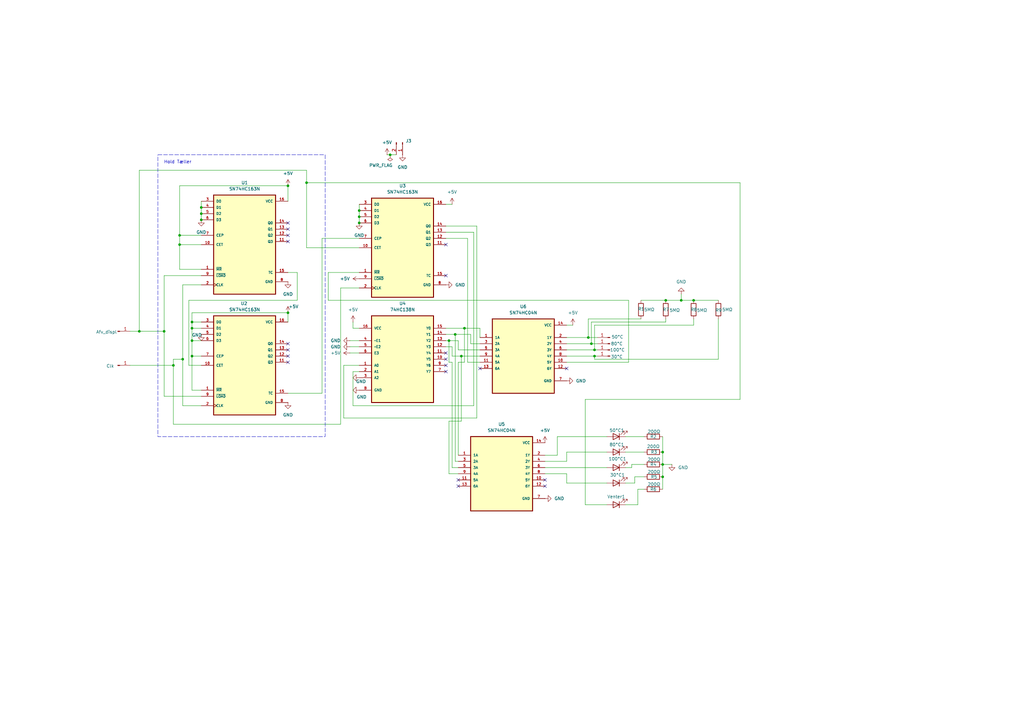
<source format=kicad_sch>
(kicad_sch (version 20231120) (generator "eeschema") (generator_version "8.0")
  (paper "A3")
  (lib_symbols
    (symbol "74HC238N:74HC238N" (pin_names (offset 1.016))
      (property "Reference" "U" (at -5.4642 17.9175 0))
      (property "Value" "74HC238N" (at -4.1451 -24.7436 0))
      (symbol "74HC238N_0_0"
        (rectangle (start -12.7 -20.32) (end 12.7 15.24) (stroke (width 0.4064)) (fill (type background)))
        (pin input line (at -17.78 -5.08 0) (length 5.08) (name "A0") (number "1"))
        (pin output line (at 17.78 -2.54 180) (length 5.08) (name "Y5") (number "10"))
        (pin output line (at 17.78 0 180) (length 5.08) (name "Y4") (number "11"))
        (pin output line (at 17.78 2.54 180) (length 5.08) (name "Y3") (number "12"))
        (pin output line (at 17.78 5.08 180) (length 5.08) (name "Y2") (number "13"))
        (pin output line (at 17.78 7.62 180) (length 5.08) (name "Y1") (number "14"))
        (pin output line (at 17.78 10.16 180) (length 5.08) (name "Y0") (number "15"))
        (pin power_in line (at -17.78 10.16 0) (length 5.08) (name "VCC") (number "16"))
        (pin input line (at -17.78 -7.62 0) (length 5.08) (name "A1") (number "2"))
        (pin input line (at -17.78 -10.16 0) (length 5.08) (name "A2") (number "3"))
        (pin input line (at -17.78 5.08 0) (length 5.08) (name "~E1") (number "4"))
        (pin input line (at -17.78 2.54 0) (length 5.08) (name "~E2") (number "5"))
        (pin input line (at -17.78 0 0) (length 5.08) (name "E3") (number "6"))
        (pin output line (at 17.78 -7.62 180) (length 5.08) (name "Y7") (number "7"))
        (pin passive line (at -17.78 -15.24 0) (length 5.08) (name "GND") (number "8"))
        (pin output line (at 17.78 -5.08 180) (length 5.08) (name "Y6") (number "9"))
      )
    )
    (symbol "Connector:Conn_01x01_Pin" (pin_names (offset 1.016) hide)
      (property "Reference" "J" (at 0 2.54 0))
      (property "Value" "Conn_01x01_Pin" (at 0 -2.54 0))
      (symbol "Conn_01x01_Pin_1_1"
        (polyline (pts (xy 1.27 0) (xy 0.8636 0)) (stroke (width 0.1524)))
        (rectangle (start 0.8636 0.127) (end 0 -0.127) (stroke (width 0.1524)) (fill (type outline)))
        (pin passive line (at 5.08 0 180) (length 3.81) (name "Pin_1") (number "1"))
      )
    )
    (symbol "Connector:Conn_01x02_Pin" (pin_names (offset 1.016) hide)
      (property "Reference" "J" (at 0 2.54 0))
      (property "Value" "Conn_01x02_Pin" (at 0 -5.08 0))
      (symbol "Conn_01x02_Pin_1_1"
        (polyline (pts (xy 1.27 -2.54) (xy 0.8636 -2.54)) (stroke (width 0.1524)))
        (polyline (pts (xy 1.27 0) (xy 0.8636 0)) (stroke (width 0.1524)))
        (rectangle (start 0.8636 -2.413) (end 0 -2.667) (stroke (width 0.1524)) (fill (type outline)))
        (rectangle (start 0.8636 0.127) (end 0 -0.127) (stroke (width 0.1524)) (fill (type outline)))
        (pin passive line (at 5.08 0 180) (length 3.81) (name "Pin_1") (number "1"))
        (pin passive line (at 5.08 -2.54 180) (length 3.81) (name "Pin_2") (number "2"))
      )
    )
    (symbol "Device:LED" (pin_numbers hide) (pin_names (offset 1.016) hide)
      (property "Reference" "D" (at 0 2.54 0))
      (property "Value" "LED" (at 0 -2.54 0))
      (symbol "LED_0_1"
        (polyline (pts (xy -1.27 -1.27) (xy -1.27 1.27)) (stroke (width 0.254)))
        (polyline (pts (xy -1.27 0) (xy 1.27 0)))
        (polyline (pts (xy 1.27 -1.27) (xy 1.27 1.27) (xy -1.27 0) (xy 1.27 -1.27)) (stroke (width 0.254)))
        (polyline (pts (xy -3.048 -0.762) (xy -4.572 -2.286) (xy -3.81 -2.286) (xy -4.572 -2.286) (xy -4.572 -1.524)))
        (polyline (pts (xy -1.778 -0.762) (xy -3.302 -2.286) (xy -2.54 -2.286) (xy -3.302 -2.286) (xy -3.302 -1.524)))
      )
      (symbol "LED_1_1"
        (pin passive line (at -3.81 0 0) (length 2.54) (name "K") (number "1"))
        (pin passive line (at 3.81 0 180) (length 2.54) (name "A") (number "2"))
      )
    )
    (symbol "Device:R" (pin_numbers hide) (pin_names (offset 0))
      (property "Reference" "R" (at 2.032 0 90))
      (property "Value" "R" (at 0 0 90))
      (symbol "R_0_1"
        (rectangle (start -1.016 -2.54) (end 1.016 2.54) (stroke (width 0.254)))
      )
      (symbol "R_1_1"
        (pin passive line (at 0 3.81 270) (length 1.27) (name "~") (number "1"))
        (pin passive line (at 0 -3.81 90) (length 1.27) (name "~") (number "2"))
      )
    )
    (symbol "SN74HC04N:SN74HC04N" (pin_names (offset 1.016))
      (property "Reference" "U" (at -12.7 16.24 0))
      (property "Value" "SN74HC04N" (at -12.7 -19.24 0))
      (symbol "SN74HC04N_0_0"
        (rectangle (start -12.7 -15.24) (end 12.7 15.24) (stroke (width 0.41)) (fill (type background)))
        (pin input line (at -17.78 7.62 0) (length 5.08) (name "1A") (number "1"))
        (pin output line (at 17.78 -2.54 180) (length 5.08) (name "5Y") (number "10"))
        (pin input line (at -17.78 -2.54 0) (length 5.08) (name "5A") (number "11"))
        (pin output line (at 17.78 -5.08 180) (length 5.08) (name "6Y") (number "12"))
        (pin input line (at -17.78 -5.08 0) (length 5.08) (name "6A") (number "13"))
        (pin power_in line (at 17.78 12.7 180) (length 5.08) (name "VCC") (number "14"))
        (pin output line (at 17.78 7.62 180) (length 5.08) (name "1Y") (number "2"))
        (pin input line (at -17.78 5.08 0) (length 5.08) (name "2A") (number "3"))
        (pin output line (at 17.78 5.08 180) (length 5.08) (name "2Y") (number "4"))
        (pin input line (at -17.78 2.54 0) (length 5.08) (name "3A") (number "5"))
        (pin output line (at 17.78 2.54 180) (length 5.08) (name "3Y") (number "6"))
        (pin power_in line (at 17.78 -10.16 180) (length 5.08) (name "GND") (number "7"))
        (pin output line (at 17.78 0 180) (length 5.08) (name "4Y") (number "8"))
        (pin input line (at -17.78 0 0) (length 5.08) (name "4A") (number "9"))
      )
    )
    (symbol "SN74HC163N:SN74HC163N" (pin_names (offset 1.016))
      (property "Reference" "U" (at -12.7 21.32 0))
      (property "Value" "SN74HC163N" (at -12.7 -24.32 0))
      (symbol "SN74HC163N_0_0"
        (rectangle (start -12.7 -20.32) (end 12.7 20.32) (stroke (width 0.41)) (fill (type background)))
        (pin power_in line (at 17.78 17.78 180) (length 5.08) (name "VCC") (number "16"))
        (pin input clock (at -17.78 -16.51 0) (length 5.08) (name "CLK") (number "2"))
        (pin power_in line (at 17.78 -15.24 180) (length 5.08) (name "GND") (number "8"))
        (pin input line (at -17.78 -12.7 0) (length 5.08) (name "~{LOAD}") (number "9"))
      )
      (symbol "SN74HC163N_1_0"
        (pin input line (at -17.78 -10.16 0) (length 5.08) (name "~{MR}") (number "1"))
        (pin input line (at -17.78 0 0) (length 5.08) (name "CET") (number "10"))
        (pin output line (at 17.78 1.27 180) (length 5.08) (name "Q3") (number "11"))
        (pin output line (at 17.78 3.81 180) (length 5.08) (name "Q2") (number "12"))
        (pin output line (at 17.78 6.35 180) (length 5.08) (name "Q1") (number "13"))
        (pin output line (at 17.78 8.89 180) (length 5.08) (name "Q0") (number "14"))
        (pin output line (at 17.78 -11.43 180) (length 5.08) (name "TC") (number "15"))
        (pin input line (at -17.78 17.78 0) (length 5.08) (name "D0") (number "3"))
        (pin input line (at -17.78 15.24 0) (length 5.08) (name "D1") (number "4"))
        (pin input line (at -17.78 12.7 0) (length 5.08) (name "D2") (number "5"))
        (pin input line (at -17.78 10.16 0) (length 5.08) (name "D3") (number "6"))
        (pin input line (at -17.78 3.81 0) (length 5.08) (name "CEP") (number "7"))
      )
    )
    (symbol "SN74HC163N_1" (pin_names (offset 1.016))
      (property "Reference" "U" (at -12.7 21.32 0))
      (property "Value" "SN74HC163N" (at -12.7 -24.32 0))
      (symbol "SN74HC163N_1_0_0"
        (rectangle (start -12.7 -20.32) (end 12.7 20.32) (stroke (width 0.41)) (fill (type background)))
        (pin power_in line (at 17.78 17.78 180) (length 5.08) (name "VCC") (number "16"))
        (pin input clock (at -17.78 -16.51 0) (length 5.08) (name "CLK") (number "2"))
        (pin power_in line (at 17.78 -15.24 180) (length 5.08) (name "GND") (number "8"))
        (pin input line (at -17.78 -12.7 0) (length 5.08) (name "~{LOAD}") (number "9"))
      )
      (symbol "SN74HC163N_1_1_0"
        (pin input line (at -17.78 -10.16 0) (length 5.08) (name "~{MR}") (number "1"))
        (pin input line (at -17.78 0 0) (length 5.08) (name "CET") (number "10"))
        (pin output line (at 17.78 1.27 180) (length 5.08) (name "Q3") (number "11"))
        (pin output line (at 17.78 3.81 180) (length 5.08) (name "Q2") (number "12"))
        (pin output line (at 17.78 6.35 180) (length 5.08) (name "Q1") (number "13"))
        (pin output line (at 17.78 8.89 180) (length 5.08) (name "Q0") (number "14"))
        (pin output line (at 17.78 -11.43 180) (length 5.08) (name "TC") (number "15"))
        (pin input line (at -17.78 17.78 0) (length 5.08) (name "D0") (number "3"))
        (pin input line (at -17.78 15.24 0) (length 5.08) (name "D1") (number "4"))
        (pin input line (at -17.78 12.7 0) (length 5.08) (name "D2") (number "5"))
        (pin input line (at -17.78 10.16 0) (length 5.08) (name "D3") (number "6"))
        (pin input line (at -17.78 3.81 0) (length 5.08) (name "CEP") (number "7"))
      )
    )
    (symbol "power:+5V" (power) (pin_numbers hide) (pin_names (offset 0) hide)
      (property "Value" "+5V" (at 0 3.556 0))
      (symbol "+5V_0_1"
        (polyline (pts (xy -0.762 1.27) (xy 0 2.54)))
        (polyline (pts (xy 0 0) (xy 0 2.54)))
        (polyline (pts (xy 0 2.54) (xy 0.762 1.27)))
      )
      (symbol "+5V_1_1"
        (pin power_in line (at 0 0 90) (length 0) (name "~") (number "1"))
      )
    )
    (symbol "power:GND" (power) (pin_numbers hide) (pin_names (offset 0) hide)
      (property "Value" "GND" (at 0 -3.81 0))
      (symbol "GND_0_1"
        (polyline (pts (xy 0 0) (xy 0 -1.27) (xy 1.27 -1.27) (xy 0 -2.54) (xy -1.27 -1.27) (xy 0 -1.27)))
      )
      (symbol "GND_1_1"
        (pin power_in line (at 0 0 270) (length 0) (name "~") (number "1"))
      )
    )
    (symbol "power:PWR_FLAG" (power) (pin_numbers hide) (pin_names (offset 0) hide)
      (property "Value" "PWR_FLAG" (at 0 3.81 0))
      (symbol "PWR_FLAG_0_0"
        (pin power_out line (at 0 0 90) (length 0) (name "~") (number "1"))
      )
      (symbol "PWR_FLAG_0_1"
        (polyline (pts (xy 0 0) (xy 0 1.27) (xy -1.016 1.905) (xy 0 2.54) (xy 1.016 1.905) (xy 0 1.27)))
      )
    )
  )
  (junction (at 242.57 140.97))
  (junction (at 78.74 139.7))
  (junction (at 190.5 134.62))
  (junction (at 271.78 185.42))
  (junction (at 118.11 76.2))
  (junction (at 273.05 123.19))
  (junction (at 160.02 63.5))
  (junction (at 57.15 135.89))
  (junction (at 82.55 85.09))
  (junction (at 189.23 146.05))
  (junction (at 118.11 128.27))
  (junction (at 71.12 149.86))
  (junction (at 147.32 86.36))
  (junction (at 279.4 123.19))
  (junction (at 147.32 91.44))
  (junction (at 78.74 146.05))
  (junction (at 67.31 135.89))
  (junction (at 73.66 96.52))
  (junction (at 184.15 139.7))
  (junction (at 82.55 90.17))
  (junction (at 243.84 143.51))
  (junction (at 271.78 190.5))
  (junction (at 78.74 134.62))
  (junction (at 241.3 138.43))
  (junction (at 125.73 74.93))
  (junction (at 73.66 100.33))
  (junction (at 147.32 88.9))
  (junction (at 271.78 195.58))
  (junction (at 284.48 123.19))
  (junction (at 186.69 137.16))
  (junction (at 82.55 87.63))
  (junction (at 78.74 132.08))
  (junction (at 243.84 146.05))
  (junction (at 74.93 147.32))
  (no_connect (at 118.11 140.97))
  (no_connect (at 118.11 93.98))
  (no_connect (at 118.11 91.44))
  (no_connect (at 223.52 196.85))
  (no_connect (at 182.88 100.33))
  (no_connect (at 223.52 199.39))
  (no_connect (at 182.88 147.32))
  (no_connect (at 118.11 146.05))
  (no_connect (at 182.88 152.4))
  (no_connect (at 118.11 96.52))
  (no_connect (at 187.96 196.85))
  (no_connect (at 196.85 151.13))
  (no_connect (at 232.41 151.13))
  (no_connect (at 182.88 149.86))
  (no_connect (at 118.11 99.06))
  (no_connect (at 187.96 199.39))
  (no_connect (at 182.88 113.03))
  (no_connect (at 118.11 143.51))
  (no_connect (at 182.88 144.78))
  (no_connect (at 118.11 148.59))
  (wire (pts (xy 232.41 148.59) (xy 257.81 148.59)))
  (wire (pts (xy 185.42 146.05) (xy 189.23 146.05)))
  (wire (pts (xy 194.31 95.25) (xy 194.31 166.37)))
  (wire (pts (xy 57.15 69.85) (xy 57.15 135.89)))
  (wire (pts (xy 271.78 195.58) (xy 271.78 200.66)))
  (wire (pts (xy 257.81 123.19) (xy 134.62 123.19)))
  (wire (pts (xy 279.4 120.65) (xy 279.4 123.19)))
  (wire (pts (xy 78.74 134.62) (xy 78.74 139.7)))
  (wire (pts (xy 77.47 149.86) (xy 82.55 149.86)))
  (wire (pts (xy 240.03 163.83) (xy 303.53 163.83)))
  (wire (pts (xy 232.41 185.42) (xy 248.92 185.42)))
  (wire (pts (xy 78.74 146.05) (xy 78.74 160.02)))
  (wire (pts (xy 279.4 123.19) (xy 284.48 123.19)))
  (wire (pts (xy 191.77 97.79) (xy 191.77 148.59)))
  (wire (pts (xy 194.31 166.37) (xy 144.78 166.37)))
  (wire (pts (xy 78.74 146.05) (xy 82.55 146.05)))
  (wire (pts (xy 271.78 190.5) (xy 271.78 195.58)))
  (wire (pts (xy 78.74 134.62) (xy 82.55 134.62)))
  (wire (pts (xy 182.88 92.71) (xy 195.58 92.71)))
  (wire (pts (xy 284.48 123.19) (xy 294.64 123.19)))
  (wire (pts (xy 78.74 128.27) (xy 118.11 128.27)))
  (wire (pts (xy 182.88 137.16) (xy 186.69 137.16)))
  (wire (pts (xy 261.62 200.66) (xy 264.16 200.66)))
  (wire (pts (xy 184.15 148.59) (xy 184.15 139.7)))
  (wire (pts (xy 132.08 97.79) (xy 147.32 97.79)))
  (wire (pts (xy 134.62 123.19) (xy 134.62 111.76)))
  (wire (pts (xy 191.77 148.59) (xy 196.85 148.59)))
  (wire (pts (xy 71.12 173.99) (xy 139.7 173.99)))
  (wire (pts (xy 57.15 135.89) (xy 67.31 135.89)))
  (wire (pts (xy 187.96 194.31) (xy 184.15 194.31)))
  (wire (pts (xy 303.53 163.83) (xy 303.53 74.93)))
  (wire (pts (xy 78.74 132.08) (xy 78.74 134.62)))
  (wire (pts (xy 259.08 191.77) (xy 259.08 190.5)))
  (wire (pts (xy 284.48 133.35) (xy 284.48 130.81)))
  (wire (pts (xy 53.34 135.89) (xy 57.15 135.89)))
  (wire (pts (xy 184.15 172.72) (xy 189.23 172.72)))
  (wire (pts (xy 144.78 134.62) (xy 147.32 134.62)))
  (wire (pts (xy 143.51 139.7) (xy 147.32 139.7)))
  (wire (pts (xy 232.41 146.05) (xy 243.84 146.05)))
  (wire (pts (xy 144.78 166.37) (xy 144.78 152.4)))
  (wire (pts (xy 262.89 123.19) (xy 273.05 123.19)))
  (wire (pts (xy 118.11 111.76) (xy 121.92 111.76)))
  (wire (pts (xy 132.08 161.29) (xy 132.08 97.79)))
  (wire (pts (xy 73.66 100.33) (xy 82.55 100.33)))
  (wire (pts (xy 158.75 63.5) (xy 160.02 63.5)))
  (wire (pts (xy 193.04 140.97) (xy 196.85 140.97)))
  (wire (pts (xy 262.89 130.81) (xy 241.3 130.81)))
  (wire (pts (xy 273.05 132.08) (xy 273.05 130.81)))
  (wire (pts (xy 259.08 190.5) (xy 264.16 190.5)))
  (wire (pts (xy 182.88 97.79) (xy 191.77 97.79)))
  (wire (pts (xy 71.12 147.32) (xy 71.12 149.86)))
  (wire (pts (xy 73.66 76.2) (xy 73.66 96.52)))
  (wire (pts (xy 139.7 118.11) (xy 147.32 118.11)))
  (wire (pts (xy 187.96 148.59) (xy 190.5 148.59)))
  (wire (pts (xy 256.54 198.12) (xy 260.35 198.12)))
  (wire (pts (xy 232.41 133.35) (xy 234.95 133.35)))
  (wire (pts (xy 241.3 138.43) (xy 245.11 138.43)))
  (wire (pts (xy 243.84 143.51) (xy 245.11 143.51)))
  (wire (pts (xy 242.57 140.97) (xy 245.11 140.97)))
  (wire (pts (xy 147.32 88.9) (xy 147.32 91.44)))
  (wire (pts (xy 82.55 113.03) (xy 67.31 113.03)))
  (wire (pts (xy 187.96 191.77) (xy 185.42 191.77)))
  (wire (pts (xy 78.74 139.7) (xy 78.74 146.05)))
  (wire (pts (xy 125.73 101.6) (xy 125.73 74.93)))
  (wire (pts (xy 261.62 207.01) (xy 261.62 200.66)))
  (wire (pts (xy 147.32 86.36) (xy 147.32 88.9)))
  (wire (pts (xy 240.03 207.01) (xy 240.03 163.83)))
  (wire (pts (xy 232.41 143.51) (xy 243.84 143.51)))
  (wire (pts (xy 82.55 160.02) (xy 78.74 160.02)))
  (wire (pts (xy 78.74 139.7) (xy 82.55 139.7)))
  (wire (pts (xy 134.62 111.76) (xy 147.32 111.76)))
  (wire (pts (xy 182.88 134.62) (xy 190.5 134.62)))
  (wire (pts (xy 271.78 190.5) (xy 275.59 190.5)))
  (wire (pts (xy 195.58 92.71) (xy 195.58 171.45)))
  (wire (pts (xy 74.93 116.84) (xy 74.93 147.32)))
  (wire (pts (xy 186.69 137.16) (xy 193.04 137.16)))
  (wire (pts (xy 187.96 143.51) (xy 196.85 143.51)))
  (wire (pts (xy 82.55 85.09) (xy 82.55 87.63)))
  (wire (pts (xy 248.92 207.01) (xy 240.03 207.01)))
  (wire (pts (xy 257.81 148.59) (xy 257.81 123.19)))
  (wire (pts (xy 294.64 147.32) (xy 294.64 130.81)))
  (wire (pts (xy 182.88 139.7) (xy 184.15 139.7)))
  (wire (pts (xy 189.23 172.72) (xy 189.23 146.05)))
  (wire (pts (xy 182.88 95.25) (xy 194.31 95.25)))
  (wire (pts (xy 71.12 149.86) (xy 71.12 173.99)))
  (wire (pts (xy 243.84 146.05) (xy 245.11 146.05)))
  (wire (pts (xy 242.57 140.97) (xy 242.57 132.08)))
  (wire (pts (xy 190.5 134.62) (xy 196.85 134.62)))
  (wire (pts (xy 223.52 191.77) (xy 248.92 191.77)))
  (wire (pts (xy 193.04 137.16) (xy 193.04 140.97)))
  (wire (pts (xy 73.66 110.49) (xy 73.66 100.33)))
  (wire (pts (xy 74.93 147.32) (xy 71.12 147.32)))
  (wire (pts (xy 125.73 69.85) (xy 125.73 74.93)))
  (wire (pts (xy 144.78 132.08) (xy 144.78 134.62)))
  (wire (pts (xy 186.69 137.16) (xy 186.69 189.23)))
  (wire (pts (xy 271.78 179.07) (xy 271.78 185.42)))
  (wire (pts (xy 196.85 134.62) (xy 196.85 138.43)))
  (wire (pts (xy 256.54 179.07) (xy 264.16 179.07)))
  (wire (pts (xy 77.47 149.86) (xy 77.47 123.19)))
  (wire (pts (xy 73.66 76.2) (xy 118.11 76.2)))
  (wire (pts (xy 273.05 123.19) (xy 279.4 123.19)))
  (wire (pts (xy 67.31 113.03) (xy 67.31 135.89)))
  (wire (pts (xy 140.97 149.86) (xy 147.32 149.86)))
  (wire (pts (xy 243.84 143.51) (xy 243.84 133.35)))
  (wire (pts (xy 182.88 83.82) (xy 185.42 83.82)))
  (wire (pts (xy 118.11 76.2) (xy 118.11 82.55)))
  (wire (pts (xy 160.02 63.5) (xy 162.56 63.5)))
  (wire (pts (xy 232.41 198.12) (xy 248.92 198.12)))
  (wire (pts (xy 228.6 179.07) (xy 248.92 179.07)))
  (wire (pts (xy 143.51 142.24) (xy 147.32 142.24)))
  (wire (pts (xy 74.93 116.84) (xy 82.55 116.84)))
  (wire (pts (xy 232.41 194.31) (xy 223.52 194.31)))
  (wire (pts (xy 242.57 132.08) (xy 273.05 132.08)))
  (wire (pts (xy 223.52 186.69) (xy 228.6 186.69)))
  (wire (pts (xy 228.6 186.69) (xy 228.6 179.07)))
  (wire (pts (xy 147.32 83.82) (xy 147.32 86.36)))
  (wire (pts (xy 82.55 87.63) (xy 82.55 90.17)))
  (wire (pts (xy 256.54 191.77) (xy 259.08 191.77)))
  (wire (pts (xy 223.52 189.23) (xy 232.41 189.23)))
  (wire (pts (xy 187.96 189.23) (xy 186.69 189.23)))
  (wire (pts (xy 118.11 128.27) (xy 118.11 132.08)))
  (wire (pts (xy 256.54 207.01) (xy 261.62 207.01)))
  (wire (pts (xy 140.97 171.45) (xy 140.97 149.86)))
  (wire (pts (xy 78.74 128.27) (xy 78.74 132.08)))
  (wire (pts (xy 190.5 148.59) (xy 190.5 134.62)))
  (wire (pts (xy 143.51 144.78) (xy 147.32 144.78)))
  (wire (pts (xy 182.88 142.24) (xy 185.42 142.24)))
  (wire (pts (xy 184.15 194.31) (xy 184.15 172.72)))
  (wire (pts (xy 73.66 110.49) (xy 82.55 110.49)))
  (wire (pts (xy 147.32 101.6) (xy 125.73 101.6)))
  (wire (pts (xy 232.41 138.43) (xy 241.3 138.43)))
  (wire (pts (xy 118.11 161.29) (xy 132.08 161.29)))
  (wire (pts (xy 77.47 123.19) (xy 121.92 123.19)))
  (wire (pts (xy 74.93 147.32) (xy 74.93 166.37)))
  (wire (pts (xy 260.35 195.58) (xy 260.35 198.12)))
  (wire (pts (xy 241.3 130.81) (xy 241.3 138.43)))
  (wire (pts (xy 73.66 96.52) (xy 82.55 96.52)))
  (wire (pts (xy 67.31 135.89) (xy 67.31 162.56)))
  (wire (pts (xy 73.66 96.52) (xy 73.66 100.33)))
  (wire (pts (xy 260.35 195.58) (xy 264.16 195.58)))
  (wire (pts (xy 82.55 82.55) (xy 82.55 85.09)))
  (wire (pts (xy 139.7 173.99) (xy 139.7 118.11)))
  (wire (pts (xy 256.54 185.42) (xy 264.16 185.42)))
  (wire (pts (xy 144.78 152.4) (xy 147.32 152.4)))
  (wire (pts (xy 243.84 146.05) (xy 243.84 147.32)))
  (wire (pts (xy 232.41 198.12) (xy 232.41 194.31)))
  (wire (pts (xy 78.74 132.08) (xy 82.55 132.08)))
  (wire (pts (xy 185.42 142.24) (xy 185.42 146.05)))
  (wire (pts (xy 67.31 162.56) (xy 82.55 162.56)))
  (wire (pts (xy 243.84 147.32) (xy 294.64 147.32)))
  (wire (pts (xy 53.34 149.86) (xy 71.12 149.86)))
  (wire (pts (xy 232.41 140.97) (xy 242.57 140.97)))
  (wire (pts (xy 195.58 171.45) (xy 140.97 171.45)))
  (wire (pts (xy 185.42 148.59) (xy 184.15 148.59)))
  (wire (pts (xy 121.92 123.19) (xy 121.92 111.76)))
  (wire (pts (xy 232.41 189.23) (xy 232.41 185.42)))
  (wire (pts (xy 184.15 139.7) (xy 187.96 139.7)))
  (wire (pts (xy 271.78 185.42) (xy 271.78 190.5)))
  (wire (pts (xy 125.73 69.85) (xy 57.15 69.85)))
  (wire (pts (xy 187.96 139.7) (xy 187.96 143.51)))
  (wire (pts (xy 185.42 191.77) (xy 185.42 148.59)))
  (wire (pts (xy 189.23 146.05) (xy 196.85 146.05)))
  (wire (pts (xy 187.96 186.69) (xy 187.96 148.59)))
  (wire (pts (xy 125.73 74.93) (xy 303.53 74.93)))
  (wire (pts (xy 243.84 133.35) (xy 284.48 133.35)))
  (wire (pts (xy 74.93 166.37) (xy 82.55 166.37)))
  (rectangle (start 64.77 63.5) (end 133.35 179.07) (stroke (width 0) (type dash)))
  (text "Hold Tæller\n" (at 72.898 66.548 0) (effects (font (size 1.27 1.27))))
  (symbol (lib_id "Device:R") (at 267.97 195.58 90) (unit 1)
    (property "Reference" "R5" (at 268.224 195.58 90))
    (property "Value" "200Ω" (at 268.224 193.548 90))
    (property "Footprint" "Resistor_THT:R_Axial_DIN0204_L3.6mm_D1.6mm_P5.08mm_Horizontal" (effects (hide yes)))
    (property "Description" "Resistor" (effects (hide yes)))
  )
  (symbol (lib_id "power:GND") (at 147.32 91.44 0) (unit 1)
    (property "Reference" "#PWR011" (effects (hide yes)))
    (property "Value" "GND" (at 147.32 96.52 0))
    (property "Description" "Power symbol creates a global label with name \"GND\" , ground" (effects (hide yes)))
  )
  (symbol (lib_id "power:GND") (at 147.32 160.02 270) (unit 1)
    (property "Reference" "#PWR014" (effects (hide yes)))
    (property "Value" "GND" (at 150.368 162.814 90) (effects (justify right)))
    (property "Description" "Power symbol creates a global label with name \"GND\" , ground" (effects (hide yes)))
  )
  (symbol (lib_id "power:PWR_FLAG") (at 160.02 63.5 180) (unit 1)
    (property "Reference" "#FLG01" (effects (hide yes)))
    (property "Value" "PWR_FLAG" (at 156.21 67.818 0))
    (property "Description" "Special symbol for telling ERC where power comes from" (effects (hide yes)))
  )
  (symbol (lib_name "SN74HC163N_1") (lib_id "SN74HC163N:SN74HC163N") (at 100.33 100.33 0) (unit 1)
    (property "Reference" "U1" (at 100.33 74.93 0))
    (property "Value" "SN74HC163N" (at 100.33 77.47 0))
    (property "Footprint" "Package_DIP:DIP-16_W7.62mm" (effects (hide yes)))
    (property "MF" "Texas Instruments" (effects (hide yes)))
    (property "Description_1" "\n                        \n                            4-Bit Synchronous Binary Counters\n                        \n" (effects (hide yes)))
    (property "Package" "PDIP-16 Texas Instruments" (effects (hide yes)))
    (property "Price" "None" (effects (hide yes)))
    (property "SnapEDA_Link" "https://www.snapeda.com/parts/SN74HC163N/Texas+Instruments/view-part/?ref=snap" (effects (hide yes)))
    (property "MP" "SN74HC163N" (effects (hide yes)))
    (property "Availability" "In Stock" (effects (hide yes)))
    (property "Check_prices" "https://www.snapeda.com/parts/SN74HC163N/Texas+Instruments/view-part/?ref=eda" (effects (hide yes)))
  )
  (symbol (lib_id "power:GND") (at 143.51 139.7 270) (unit 1)
    (property "Reference" "#PWR07" (effects (hide yes)))
    (property "Value" "GND" (at 139.7 139.6999 90) (effects (justify right)))
    (property "Description" "Power symbol creates a global label with name \"GND\" , ground" (effects (hide yes)))
  )
  (symbol (lib_id "Device:R") (at 267.97 179.07 90) (unit 1)
    (property "Reference" "R2" (at 267.97 179.07 90))
    (property "Value" "200Ω" (at 268.224 177.038 90))
    (property "Footprint" "Resistor_THT:R_Axial_DIN0204_L3.6mm_D1.6mm_P5.08mm_Horizontal" (effects (hide yes)))
    (property "Description" "Resistor" (effects (hide yes)))
  )
  (symbol (lib_id "Device:R") (at 267.97 200.66 90) (unit 1)
    (property "Reference" "R6" (at 267.97 200.66 90))
    (property "Value" "200Ω" (at 268.224 198.628 90))
    (property "Footprint" "Resistor_THT:R_Axial_DIN0204_L3.6mm_D1.6mm_P5.08mm_Horizontal" (effects (hide yes)))
    (property "Description" "Resistor" (effects (hide yes)))
  )
  (symbol (lib_id "Connector:Conn_01x01_Pin") (at 48.26 135.89 0) (unit 1)
    (property "Reference" "J1" (effects (hide yes)))
    (property "Value" "Afv_displ" (at 43.688 136.144 0))
    (property "Footprint" "Connector_PinHeader_1.00mm:PinHeader_1x01_P1.00mm_Vertical" (effects (hide yes)))
    (property "Description" "Generic connector, single row, 01x01, script generated" (effects (hide yes)))
  )
  (symbol (lib_id "power:GND") (at 182.88 116.84 90) (unit 1)
    (property "Reference" "#PWR017" (effects (hide yes)))
    (property "Value" "GND" (at 186.69 116.8399 90) (effects (justify right)))
    (property "Description" "Power symbol creates a global label with name \"GND\" , ground" (effects (hide yes)))
  )
  (symbol (lib_id "Device:R") (at 267.97 185.42 90) (unit 1)
    (property "Reference" "R3" (at 268.224 185.42 90))
    (property "Value" "200Ω" (at 267.97 183.134 90))
    (property "Footprint" "Resistor_THT:R_Axial_DIN0204_L3.6mm_D1.6mm_P5.08mm_Horizontal" (effects (hide yes)))
    (property "Description" "Resistor" (effects (hide yes)))
  )
  (symbol (lib_id "Connector:Conn_01x02_Pin") (at 165.1 58.42 270) (unit 1)
    (property "Reference" "J3" (at 166.37 57.7849 90) (effects (justify left)))
    (property "Value" "Conn_01x02_Pin" (effects (hide yes)))
    (property "Footprint" "Connector:JWT_A3963_1x02_P3.96mm_Vertical" (effects (hide yes)))
    (property "Description" "Generic connector, single row, 01x02, script generated" (effects (hide yes)))
  )
  (symbol (lib_id "power:GND") (at 82.55 90.17 0) (unit 1)
    (property "Reference" "#PWR01" (effects (hide yes)))
    (property "Value" "GND" (at 82.55 95.25 0))
    (property "Description" "Power symbol creates a global label with name \"GND\" , ground" (effects (hide yes)))
  )
  (symbol (lib_id "power:GND") (at 118.11 165.1 0) (unit 1)
    (property "Reference" "#PWR06" (effects (hide yes)))
    (property "Value" "GND" (at 118.11 170.18 0))
    (property "Description" "Power symbol creates a global label with name \"GND\" , ground" (effects (hide yes)))
  )
  (symbol (lib_id "power:+5V") (at 118.11 128.27 0) (unit 1)
    (property "Reference" "#PWR05" (effects (hide yes)))
    (property "Value" "+5V" (at 120.396 125.73 0))
    (property "Description" "Power symbol creates a global label with name \"+5V\"" (effects (hide yes)))
  )
  (symbol (lib_id "power:+5V") (at 143.51 144.78 90) (unit 1)
    (property "Reference" "#PWR09" (effects (hide yes)))
    (property "Value" "+5V" (at 139.7 144.7799 90) (effects (justify left)))
    (property "Description" "Power symbol creates a global label with name \"+5V\"" (effects (hide yes)))
  )
  (symbol (lib_id "Connector:Conn_01x01_Pin") (at 250.19 138.43 180) (unit 1)
    (property "Reference" "J4" (effects (hide yes)))
    (property "Value" "50°C" (at 253.238 138.176 0))
    (property "Footprint" "Connector_PinHeader_1.00mm:PinHeader_1x01_P1.00mm_Vertical" (effects (hide yes)))
    (property "Description" "Generic connector, single row, 01x01, script generated" (effects (hide yes)))
  )
  (symbol (lib_id "SN74HC04N:SN74HC04N") (at 205.74 194.31 0) (unit 1)
    (property "Reference" "U5" (at 205.74 173.99 0))
    (property "Value" "SN74HC04N" (at 205.74 176.53 0))
    (property "Footprint" "Package_DIP:DIP-14_W7.62mm" (effects (hide yes)))
    (property "MF" "Texas Instruments" (effects (hide yes)))
    (property "Description_1" "\n                        \n                            6-ch, 2-V to 6-V inverters\n                        \n" (effects (hide yes)))
    (property "Package" "PDIP-14 Texas Instruments" (effects (hide yes)))
    (property "Price" "None" (effects (hide yes)))
    (property "SnapEDA_Link" "https://www.snapeda.com/parts/SN74HC04N/Texas+Instruments/view-part/?ref=snap" (effects (hide yes)))
    (property "MP" "SN74HC04N" (effects (hide yes)))
    (property "Availability" "In Stock" (effects (hide yes)))
    (property "Check_prices" "https://www.snapeda.com/parts/SN74HC04N/Texas+Instruments/view-part/?ref=eda" (effects (hide yes)))
  )
  (symbol (lib_id "power:+5V") (at 185.42 83.82 0) (unit 1)
    (property "Reference" "#PWR018" (effects (hide yes)))
    (property "Value" "+5V" (at 185.42 78.74 0))
    (property "Description" "Power symbol creates a global label with name \"+5V\"" (effects (hide yes)))
  )
  (symbol (lib_id "SN74HC04N:SN74HC04N") (at 214.63 146.05 0) (unit 1)
    (property "Reference" "U6" (at 214.63 125.73 0))
    (property "Value" "SN74HC04N" (at 214.63 128.27 0))
    (property "Footprint" "Package_DIP:DIP-14_W7.62mm" (effects (hide yes)))
    (property "MF" "Texas Instruments" (effects (hide yes)))
    (property "Description_1" "\n                        \n                            6-ch, 2-V to 6-V inverters\n                        \n" (effects (hide yes)))
    (property "Package" "PDIP-14 Texas Instruments" (effects (hide yes)))
    (property "Price" "None" (effects (hide yes)))
    (property "SnapEDA_Link" "https://www.snapeda.com/parts/SN74HC04N/Texas+Instruments/view-part/?ref=snap" (effects (hide yes)))
    (property "MP" "SN74HC04N" (effects (hide yes)))
    (property "Availability" "In Stock" (effects (hide yes)))
    (property "Check_prices" "https://www.snapeda.com/parts/SN74HC04N/Texas+Instruments/view-part/?ref=eda" (effects (hide yes)))
  )
  (symbol (lib_id "power:GND") (at 118.11 115.57 0) (unit 1)
    (property "Reference" "#PWR04" (effects (hide yes)))
    (property "Value" "GND" (at 118.11 120.65 0))
    (property "Description" "Power symbol creates a global label with name \"GND\" , ground" (effects (hide yes)))
  )
  (symbol (lib_id "Device:LED") (at 252.73 179.07 180) (unit 1)
    (property "Reference" "50°C1" (at 252.984 176.53 0))
    (property "Value" "LED" (effects (hide yes)))
    (property "Footprint" "LED_THT:LED_D1.8mm_W1.8mm_H2.4mm_Horizontal_O1.27mm_Z8.2mm" (effects (hide yes)))
    (property "Description" "Light emitting diode" (effects (hide yes)))
  )
  (symbol (lib_id "Device:R") (at 273.05 127 0) (unit 1)
    (property "Reference" "R7" (at 271.78 127 0) (effects (justify left)))
    (property "Value" "5MΩ" (at 274.574 127.254 0) (effects (justify left)))
    (property "Footprint" "Resistor_THT:R_Axial_DIN0204_L3.6mm_D1.6mm_P7.62mm_Horizontal" (effects (hide yes)))
    (property "Description" "Resistor" (effects (hide yes)))
  )
  (symbol (lib_id "Connector:Conn_01x01_Pin") (at 250.19 140.97 180) (unit 1)
    (property "Reference" "J5" (effects (hide yes)))
    (property "Value" "80°C" (at 252.984 140.97 0))
    (property "Footprint" "Connector_PinHeader_1.00mm:PinHeader_1x01_P1.00mm_Vertical" (effects (hide yes)))
    (property "Description" "Generic connector, single row, 01x01, script generated" (effects (hide yes)))
  )
  (symbol (lib_id "power:GND") (at 223.52 204.47 90) (unit 1)
    (property "Reference" "#PWR020" (effects (hide yes)))
    (property "Value" "GND" (at 227.33 204.4699 90) (effects (justify right)))
    (property "Description" "Power symbol creates a global label with name \"GND\" , ground" (effects (hide yes)))
  )
  (symbol (lib_id "power:GND") (at 279.4 120.65 180) (unit 1)
    (property "Reference" "#PWR024" (effects (hide yes)))
    (property "Value" "GND" (at 279.4 115.57 0))
    (property "Description" "Power symbol creates a global label with name \"GND\" , ground" (effects (hide yes)))
  )
  (symbol (lib_id "power:GND") (at 143.51 142.24 270) (unit 1)
    (property "Reference" "#PWR08" (effects (hide yes)))
    (property "Value" "GND" (at 139.7 142.2399 90) (effects (justify right)))
    (property "Description" "Power symbol creates a global label with name \"GND\" , ground" (effects (hide yes)))
  )
  (symbol (lib_id "power:+5V") (at 144.78 132.08 0) (unit 1)
    (property "Reference" "#PWR010" (effects (hide yes)))
    (property "Value" "+5V" (at 144.78 127 0))
    (property "Description" "Power symbol creates a global label with name \"+5V\"" (effects (hide yes)))
  )
  (symbol (lib_id "Device:R") (at 267.97 190.5 90) (unit 1)
    (property "Reference" "R4" (at 267.97 190.5 90))
    (property "Value" "200Ω" (at 268.224 188.468 90))
    (property "Footprint" "Resistor_THT:R_Axial_DIN0204_L3.6mm_D1.6mm_P5.08mm_Horizontal" (effects (hide yes)))
    (property "Description" "Resistor" (effects (hide yes)))
  )
  (symbol (lib_id "power:+5V") (at 147.32 114.3 90) (unit 1)
    (property "Reference" "#PWR012" (effects (hide yes)))
    (property "Value" "+5V" (at 143.51 114.2999 90) (effects (justify left)))
    (property "Description" "Power symbol creates a global label with name \"+5V\"" (effects (hide yes)))
  )
  (symbol (lib_id "power:GND") (at 165.1 63.5 0) (unit 1)
    (property "Reference" "#PWR016" (effects (hide yes)))
    (property "Value" "GND" (at 165.1 68.58 0))
    (property "Description" "Power symbol creates a global label with name \"GND\" , ground" (effects (hide yes)))
  )
  (symbol (lib_id "Device:LED") (at 252.73 198.12 180) (unit 1)
    (property "Reference" "30°C1" (at 253.238 194.818 0))
    (property "Value" "LED" (effects (hide yes)))
    (property "Footprint" "LED_THT:LED_D1.8mm_W1.8mm_H2.4mm_Horizontal_O1.27mm_Z8.2mm" (effects (hide yes)))
    (property "Description" "Light emitting diode" (effects (hide yes)))
  )
  (symbol (lib_id "Device:R") (at 262.89 127 0) (unit 1)
    (property "Reference" "R1" (at 261.62 126.746 0) (effects (justify left)))
    (property "Value" "5MΩ" (at 264.16 127 0) (effects (justify left)))
    (property "Footprint" "Resistor_THT:R_Axial_DIN0204_L3.6mm_D1.6mm_P7.62mm_Horizontal" (effects (hide yes)))
    (property "Description" "Resistor" (effects (hide yes)))
  )
  (symbol (lib_id "74HC238N:74HC238N") (at 165.1 144.78 0) (unit 1)
    (property "Reference" "U4" (at 165.1 124.46 0))
    (property "Value" "74HC138N" (at 165.1 127 0))
    (property "Footprint" "Package_DIP:DIP-16_W7.62mm" (effects (hide yes)))
    (property "MF" "Texas Instruments" (effects (hide yes)))
    (property "Description_1" "\nDecoder/Demultiplexer 1 x 3:8 16-DIP\n" (effects (hide yes)))
    (property "PACKAGE" "DIP-16" (effects (hide yes)))
    (property "MPN" "74HC238N" (effects (hide yes)))
    (property "Price" "None" (effects (hide yes)))
    (property "Package" "SOP-16 Texas Instruments" (effects (hide yes)))
    (property "OC_FARNELL" "380684" (effects (hide yes)))
    (property "SnapEDA_Link" "https://www.snapeda.com/parts/74HC238N/Texas+Instruments/view-part/?ref=snap" (effects (hide yes)))
    (property "MP" "74HC238N" (effects (hide yes)))
    (property "Purchase-URL" "https://www.snapeda.com/api/url_track_click_mouser/?unipart_id=233479&manufacturer=Texas Instruments&part_name=74HC238N&search_term=None" (effects (hide yes)))
    (property "SUPPLIER" "NXP" (effects (hide yes)))
    (property "OC_NEWARK" "07WX3700" (effects (hide yes)))
    (property "Availability" "Not in stock" (effects (hide yes)))
    (property "Check_prices" "https://www.snapeda.com/parts/74HC238N/Texas+Instruments/view-part/?ref=eda" (effects (hide yes)))
  )
  (symbol (lib_name "SN74HC163N_1") (lib_id "SN74HC163N:SN74HC163N") (at 165.1 101.6 0) (unit 1)
    (property "Reference" "U3" (at 165.1 76.2 0))
    (property "Value" "SN74HC163N" (at 165.1 78.74 0))
    (property "Footprint" "Package_DIP:DIP-16_W7.62mm" (effects (hide yes)))
    (property "MF" "Texas Instruments" (effects (hide yes)))
    (property "Description_1" "\n                        \n                            4-Bit Synchronous Binary Counters\n                        \n" (effects (hide yes)))
    (property "Package" "PDIP-16 Texas Instruments" (effects (hide yes)))
    (property "Price" "None" (effects (hide yes)))
    (property "SnapEDA_Link" "https://www.snapeda.com/parts/SN74HC163N/Texas+Instruments/view-part/?ref=snap" (effects (hide yes)))
    (property "MP" "SN74HC163N" (effects (hide yes)))
    (property "Availability" "In Stock" (effects (hide yes)))
    (property "Check_prices" "https://www.snapeda.com/parts/SN74HC163N/Texas+Instruments/view-part/?ref=eda" (effects (hide yes)))
  )
  (symbol (lib_id "SN74HC163N:SN74HC163N") (at 100.33 149.86 0) (unit 1)
    (property "Reference" "U2" (at 100.076 124.46 0))
    (property "Value" "SN74HC163N" (at 100.33 127 0))
    (property "Footprint" "Package_DIP:DIP-16_W7.62mm" (effects (hide yes)))
    (property "MF" "Texas Instruments" (effects (hide yes)))
    (property "Description_1" "\n                        \n                            4-Bit Synchronous Binary Counters\n                        \n" (effects (hide yes)))
    (property "Package" "PDIP-16 Texas Instruments" (effects (hide yes)))
    (property "Price" "None" (effects (hide yes)))
    (property "SnapEDA_Link" "https://www.snapeda.com/parts/SN74HC163N/Texas+Instruments/view-part/?ref=snap" (effects (hide yes)))
    (property "MP" "SN74HC163N" (effects (hide yes)))
    (property "Availability" "In Stock" (effects (hide yes)))
    (property "Check_prices" "https://www.snapeda.com/parts/SN74HC163N/Texas+Instruments/view-part/?ref=eda" (effects (hide yes)))
  )
  (symbol (lib_id "Device:R") (at 284.48 127 0) (unit 1)
    (property "Reference" "R8" (at 283.21 127 0) (effects (justify left)))
    (property "Value" "5MΩ" (at 285.75 127.254 0) (effects (justify left)))
    (property "Footprint" "Resistor_THT:R_Axial_DIN0204_L3.6mm_D1.6mm_P7.62mm_Horizontal" (effects (hide yes)))
    (property "Description" "Resistor" (effects (hide yes)))
  )
  (symbol (lib_id "Connector:Conn_01x01_Pin") (at 250.19 143.51 180) (unit 1)
    (property "Reference" "J6" (effects (hide yes)))
    (property "Value" "100°C" (at 253.238 143.51 0))
    (property "Footprint" "Connector_PinHeader_1.00mm:PinHeader_1x01_P1.00mm_Vertical" (effects (hide yes)))
    (property "Description" "Generic connector, single row, 01x01, script generated" (effects (hide yes)))
  )
  (symbol (lib_id "power:GND") (at 82.55 137.16 0) (unit 1)
    (property "Reference" "#PWR02" (effects (hide yes)))
    (property "Value" "GND" (at 82.804 137.414 0) (effects (justify right)))
    (property "Description" "Power symbol creates a global label with name \"GND\" , ground" (effects (hide yes)))
  )
  (symbol (lib_id "power:+5V") (at 223.52 181.61 0) (unit 1)
    (property "Reference" "#PWR019" (effects (hide yes)))
    (property "Value" "+5V" (at 223.52 176.53 0))
    (property "Description" "Power symbol creates a global label with name \"+5V\"" (effects (hide yes)))
  )
  (symbol (lib_id "power:+5V") (at 234.95 133.35 0) (unit 1)
    (property "Reference" "#PWR022" (effects (hide yes)))
    (property "Value" "+5V" (at 234.95 128.27 0))
    (property "Description" "Power symbol creates a global label with name \"+5V\"" (effects (hide yes)))
  )
  (symbol (lib_id "power:+5V") (at 118.11 76.2 0) (unit 1)
    (property "Reference" "#PWR03" (effects (hide yes)))
    (property "Value" "+5V" (at 118.11 71.12 0))
    (property "Description" "Power symbol creates a global label with name \"+5V\"" (effects (hide yes)))
  )
  (symbol (lib_id "power:+5V") (at 158.75 63.5 0) (unit 1)
    (property "Reference" "#PWR015" (effects (hide yes)))
    (property "Value" "+5V" (at 158.75 58.42 0))
    (property "Description" "Power symbol creates a global label with name \"+5V\"" (effects (hide yes)))
  )
  (symbol (lib_id "Device:R") (at 294.64 127 0) (unit 1)
    (property "Reference" "R9" (at 293.37 127.254 0) (effects (justify left)))
    (property "Value" "5MΩ" (at 296.164 127 0) (effects (justify left)))
    (property "Footprint" "Resistor_THT:R_Axial_DIN0204_L3.6mm_D1.6mm_P7.62mm_Horizontal" (effects (hide yes)))
    (property "Description" "Resistor" (effects (hide yes)))
  )
  (symbol (lib_id "Connector:Conn_01x01_Pin") (at 48.26 149.86 0) (unit 1)
    (property "Reference" "J2" (effects (hide yes)))
    (property "Value" "Clk" (at 45.212 150.114 0))
    (property "Footprint" "Connector_PinHeader_1.00mm:PinHeader_1x01_P1.00mm_Vertical" (effects (hide yes)))
    (property "Description" "Generic connector, single row, 01x01, script generated" (effects (hide yes)))
  )
  (symbol (lib_id "power:GND") (at 147.32 154.94 270) (unit 1)
    (property "Reference" "#PWR013" (effects (hide yes)))
    (property "Value" "GND" (at 150.114 156.464 90) (effects (justify right)))
    (property "Description" "Power symbol creates a global label with name \"GND\" , ground" (effects (hide yes)))
  )
  (symbol (lib_id "Connector:Conn_01x01_Pin") (at 250.19 146.05 180) (unit 1)
    (property "Reference" "J7" (effects (hide yes)))
    (property "Value" "30°C" (at 252.984 146.304 0))
    (property "Footprint" "Connector_PinHeader_1.00mm:PinHeader_1x01_P1.00mm_Vertical" (effects (hide yes)))
    (property "Description" "Generic connector, single row, 01x01, script generated" (effects (hide yes)))
  )
  (symbol (lib_id "Device:LED") (at 252.73 207.01 180) (unit 1)
    (property "Reference" "Venter1" (at 252.73 203.708 0))
    (property "Value" "LED" (effects (hide yes)))
    (property "Footprint" "LED_THT:LED_D1.8mm_W1.8mm_H2.4mm_Horizontal_O1.27mm_Z8.2mm" (effects (hide yes)))
    (property "Description" "Light emitting diode" (effects (hide yes)))
  )
  (symbol (lib_id "power:GND") (at 275.59 190.5 0) (unit 1)
    (property "Reference" "#PWR023" (effects (hide yes)))
    (property "Value" "GND" (at 278.13 191.7699 0) (effects (justify left)))
    (property "Description" "Power symbol creates a global label with name \"GND\" , ground" (effects (hide yes)))
  )
  (symbol (lib_id "power:GND") (at 232.41 156.21 90) (unit 1)
    (property "Reference" "#PWR021" (effects (hide yes)))
    (property "Value" "GND" (at 236.22 156.2099 90) (effects (justify right)))
    (property "Description" "Power symbol creates a global label with name \"GND\" , ground" (effects (hide yes)))
  )
  (symbol (lib_id "Device:LED") (at 252.73 185.42 180) (unit 1)
    (property "Reference" "80°C1" (at 252.984 182.372 0))
    (property "Value" "LED" (effects (hide yes)))
    (property "Footprint" "LED_THT:LED_D1.8mm_W1.8mm_H2.4mm_Horizontal_O1.27mm_Z8.2mm" (effects (hide yes)))
    (property "Description" "Light emitting diode" (effects (hide yes)))
  )
  (symbol (lib_id "Device:LED") (at 252.73 191.77 180) (unit 1)
    (property "Reference" "100°C1" (at 253.238 188.214 0))
    (property "Value" "LED" (effects (hide yes)))
    (property "Footprint" "LED_THT:LED_D1.8mm_W1.8mm_H2.4mm_Horizontal_O1.27mm_Z8.2mm" (effects (hide yes)))
    (property "Description" "Light emitting diode" (effects (hide yes)))
  )
)
</source>
